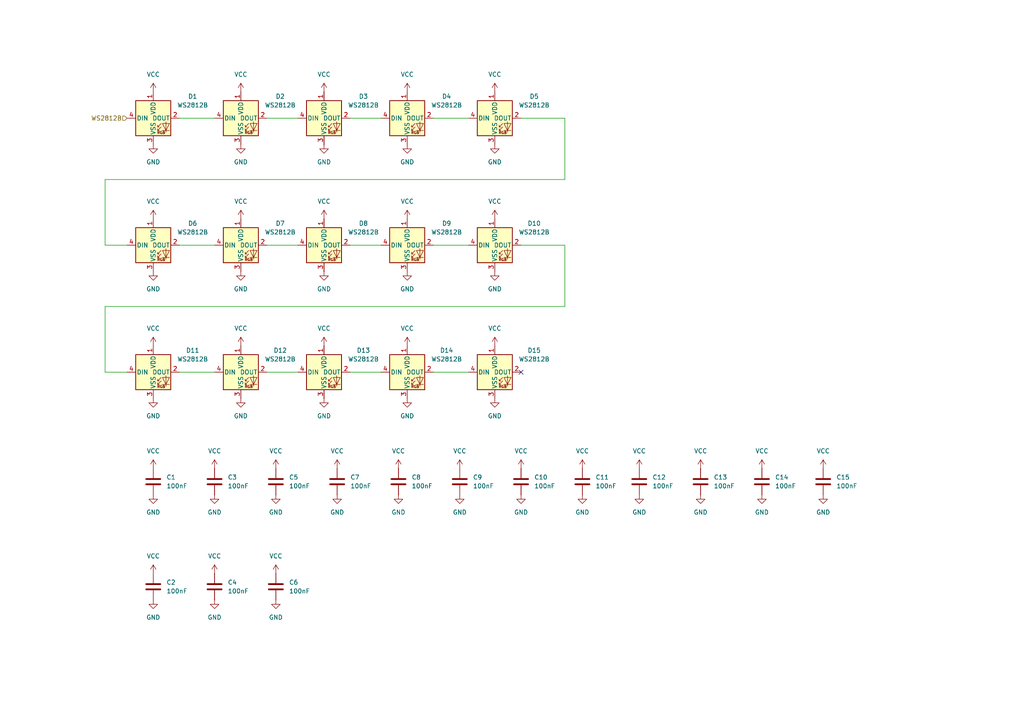
<source format=kicad_sch>
(kicad_sch (version 20231120) (generator "eeschema") (generator_version "8.0")
  (paper "A4")
  (lib_symbols
    (symbol "Device:C" (pin_numbers hide) (pin_names (offset 0.254))
      (property "Reference" "C" (at 0.635 2.54 0))
      (property "Value" "C" (at 0.635 -2.54 0))
      (symbol "C_0_1"
        (polyline (pts (xy -2.032 -0.762) (xy 2.032 -0.762)) (stroke (width 0.508)))
        (polyline (pts (xy -2.032 0.762) (xy 2.032 0.762)) (stroke (width 0.508)))
      )
      (symbol "C_1_1"
        (pin passive line (at 0 3.81 270) (length 2.794) (name "~") (number "1"))
        (pin passive line (at 0 -3.81 90) (length 2.794) (name "~") (number "2"))
      )
    )
    (symbol "LED:WS2812B" (pin_names (offset 0.254))
      (property "Reference" "D" (at 5.08 5.715 0))
      (property "Value" "WS2812B" (at 1.27 -5.715 0))
      (symbol "WS2812B_0_0"
        (text "RGB" (at 2.286 -4.191 0) (effects (font (size 0.762 0.762))))
      )
      (symbol "WS2812B_0_1"
        (polyline (pts (xy 1.27 -3.556) (xy 1.778 -3.556)))
        (polyline (pts (xy 1.27 -2.54) (xy 1.778 -2.54)))
        (polyline (pts (xy 4.699 -3.556) (xy 2.667 -3.556)))
        (polyline (pts (xy 2.286 -2.54) (xy 1.27 -3.556) (xy 1.27 -3.048)))
        (polyline (pts (xy 2.286 -1.524) (xy 1.27 -2.54) (xy 1.27 -2.032)))
        (polyline (pts (xy 3.683 -1.016) (xy 3.683 -3.556) (xy 3.683 -4.064)))
        (polyline (pts (xy 4.699 -1.524) (xy 2.667 -1.524) (xy 3.683 -3.556) (xy 4.699 -1.524)))
        (rectangle (start 5.08 5.08) (end -5.08 -5.08) (stroke (width 0.254)) (fill (type background)))
      )
      (symbol "WS2812B_1_1"
        (pin power_in line (at 0 7.62 270) (length 2.54) (name "VDD") (number "1"))
        (pin output line (at 7.62 0 180) (length 2.54) (name "DOUT") (number "2"))
        (pin power_in line (at 0 -7.62 90) (length 2.54) (name "VSS") (number "3"))
        (pin input line (at -7.62 0 0) (length 2.54) (name "DIN") (number "4"))
      )
    )
    (symbol "power:GND" (power) (pin_numbers hide) (pin_names (offset 0) hide)
      (property "Value" "GND" (at 0 -3.81 0))
      (symbol "GND_0_1"
        (polyline (pts (xy 0 0) (xy 0 -1.27) (xy 1.27 -1.27) (xy 0 -2.54) (xy -1.27 -1.27) (xy 0 -1.27)))
      )
      (symbol "GND_1_1"
        (pin power_in line (at 0 0 270) (length 0) (name "~") (number "1"))
      )
    )
    (symbol "power:VCC" (power) (pin_numbers hide) (pin_names (offset 0) hide)
      (property "Value" "VCC" (at 0 3.556 0))
      (symbol "VCC_0_1"
        (polyline (pts (xy -0.762 1.27) (xy 0 2.54)))
        (polyline (pts (xy 0 0) (xy 0 2.54)))
        (polyline (pts (xy 0 2.54) (xy 0.762 1.27)))
      )
      (symbol "VCC_1_1"
        (pin power_in line (at 0 0 90) (length 0) (name "~") (number "1"))
      )
    )
  )
  (no_connect (at 151.13 107.95))
  (wire (pts (xy 77.47 34.29) (xy 86.36 34.29)))
  (wire (pts (xy 101.6 107.95) (xy 110.49 107.95)))
  (wire (pts (xy 52.07 107.95) (xy 62.23 107.95)))
  (wire (pts (xy 125.73 34.29) (xy 135.89 34.29)))
  (wire (pts (xy 125.73 71.12) (xy 135.89 71.12)))
  (wire (pts (xy 30.48 88.9) (xy 30.48 107.95)))
  (wire (pts (xy 125.73 107.95) (xy 135.89 107.95)))
  (wire (pts (xy 77.47 71.12) (xy 86.36 71.12)))
  (wire (pts (xy 151.13 71.12) (xy 163.83 71.12)))
  (wire (pts (xy 52.07 34.29) (xy 62.23 34.29)))
  (wire (pts (xy 151.13 34.29) (xy 163.83 34.29)))
  (wire (pts (xy 101.6 34.29) (xy 110.49 34.29)))
  (wire (pts (xy 77.47 107.95) (xy 86.36 107.95)))
  (wire (pts (xy 163.83 52.07) (xy 30.48 52.07)))
  (wire (pts (xy 163.83 34.29) (xy 163.83 52.07)))
  (wire (pts (xy 163.83 71.12) (xy 163.83 88.9)))
  (wire (pts (xy 163.83 88.9) (xy 30.48 88.9)))
  (wire (pts (xy 30.48 107.95) (xy 36.83 107.95)))
  (wire (pts (xy 30.48 52.07) (xy 30.48 71.12)))
  (wire (pts (xy 101.6 71.12) (xy 110.49 71.12)))
  (wire (pts (xy 52.07 71.12) (xy 62.23 71.12)))
  (wire (pts (xy 30.48 71.12) (xy 36.83 71.12)))
  (hierarchical_label "WS2812B" (shape input) (at 36.83 34.29 180))
  (symbol (lib_id "power:VCC") (at 93.98 63.5 0) (unit 1)
    (property "Reference" "#PWR027" (effects (hide yes)))
    (property "Value" "VCC" (at 93.98 58.42 0))
    (property "Description" "Power symbol creates a global label with name \"VCC\"" (effects (hide yes)))
  )
  (symbol (lib_id "power:VCC") (at 118.11 63.5 0) (unit 1)
    (property "Reference" "#PWR037" (effects (hide yes)))
    (property "Value" "VCC" (at 118.11 58.42 0))
    (property "Description" "Power symbol creates a global label with name \"VCC\"" (effects (hide yes)))
  )
  (symbol (lib_id "power:GND") (at 185.42 143.51 0) (unit 1)
    (property "Reference" "#PWR054" (effects (hide yes)))
    (property "Value" "GND" (at 185.42 148.59 0))
    (property "Description" "Power symbol creates a global label with name \"GND\" , ground" (effects (hide yes)))
  )
  (symbol (lib_id "power:VCC") (at 80.01 135.89 0) (unit 1)
    (property "Reference" "#PWR021" (effects (hide yes)))
    (property "Value" "VCC" (at 80.01 130.81 0))
    (property "Description" "Power symbol creates a global label with name \"VCC\"" (effects (hide yes)))
  )
  (symbol (lib_id "Device:C") (at 238.76 139.7 0) (unit 1)
    (property "Reference" "C15" (at 242.57 138.4299 0) (effects (justify left)))
    (property "Value" "100nF" (at 242.57 140.9699 0) (effects (justify left)))
    (property "Footprint" "Capacitor_SMD:C_0805_2012Metric" (effects (hide yes)))
    (property "Description" "Unpolarized capacitor" (effects (hide yes)))
  )
  (symbol (lib_id "power:VCC") (at 118.11 26.67 0) (unit 1)
    (property "Reference" "#PWR035" (effects (hide yes)))
    (property "Value" "VCC" (at 118.11 21.59 0))
    (property "Description" "Power symbol creates a global label with name \"VCC\"" (effects (hide yes)))
  )
  (symbol (lib_id "power:VCC") (at 93.98 26.67 0) (unit 1)
    (property "Reference" "#PWR025" (effects (hide yes)))
    (property "Value" "VCC" (at 93.98 21.59 0))
    (property "Description" "Power symbol creates a global label with name \"VCC\"" (effects (hide yes)))
  )
  (symbol (lib_id "power:GND") (at 115.57 143.51 0) (unit 1)
    (property "Reference" "#PWR034" (effects (hide yes)))
    (property "Value" "GND" (at 115.57 148.59 0))
    (property "Description" "Power symbol creates a global label with name \"GND\" , ground" (effects (hide yes)))
  )
  (symbol (lib_id "LED:WS2812B") (at 93.98 34.29 0) (unit 1)
    (property "Reference" "D3" (at 105.41 27.9714 0))
    (property "Value" "WS2812B" (at 105.41 30.5114 0))
    (property "Footprint" "LED_SMD:LED_WS2812B_PLCC4_5.0x5.0mm_P3.2mm" (effects (hide yes)))
    (property "Datasheet" "https://cdn-shop.adafruit.com/datasheets/WS2812B.pdf" (effects (hide yes)))
    (property "Description" "RGB LED with integrated controller" (effects (hide yes)))
  )
  (symbol (lib_id "power:VCC") (at 143.51 63.5 0) (unit 1)
    (property "Reference" "#PWR045" (effects (hide yes)))
    (property "Value" "VCC" (at 143.51 58.42 0))
    (property "Description" "Power symbol creates a global label with name \"VCC\"" (effects (hide yes)))
  )
  (symbol (lib_id "Device:C") (at 220.98 139.7 0) (unit 1)
    (property "Reference" "C14" (at 224.79 138.4299 0) (effects (justify left)))
    (property "Value" "100nF" (at 224.79 140.9699 0) (effects (justify left)))
    (property "Footprint" "Capacitor_SMD:C_0805_2012Metric" (effects (hide yes)))
    (property "Description" "Unpolarized capacitor" (effects (hide yes)))
  )
  (symbol (lib_id "power:GND") (at 151.13 143.51 0) (unit 1)
    (property "Reference" "#PWR050" (effects (hide yes)))
    (property "Value" "GND" (at 151.13 148.59 0))
    (property "Description" "Power symbol creates a global label with name \"GND\" , ground" (effects (hide yes)))
  )
  (symbol (lib_id "power:VCC") (at 118.11 100.33 0) (unit 1)
    (property "Reference" "#PWR039" (effects (hide yes)))
    (property "Value" "VCC" (at 118.11 95.25 0))
    (property "Description" "Power symbol creates a global label with name \"VCC\"" (effects (hide yes)))
  )
  (symbol (lib_id "Device:C") (at 185.42 139.7 0) (unit 1)
    (property "Reference" "C12" (at 189.23 138.4299 0) (effects (justify left)))
    (property "Value" "100nF" (at 189.23 140.9699 0) (effects (justify left)))
    (property "Footprint" "Capacitor_SMD:C_0805_2012Metric" (effects (hide yes)))
    (property "Description" "Unpolarized capacitor" (effects (hide yes)))
  )
  (symbol (lib_id "power:GND") (at 80.01 173.99 0) (unit 1)
    (property "Reference" "#PWR024" (effects (hide yes)))
    (property "Value" "GND" (at 80.01 179.07 0))
    (property "Description" "Power symbol creates a global label with name \"GND\" , ground" (effects (hide yes)))
  )
  (symbol (lib_id "power:GND") (at 118.11 78.74 0) (unit 1)
    (property "Reference" "#PWR038" (effects (hide yes)))
    (property "Value" "GND" (at 118.11 83.82 0))
    (property "Description" "Power symbol creates a global label with name \"GND\" , ground" (effects (hide yes)))
  )
  (symbol (lib_id "power:VCC") (at 44.45 166.37 0) (unit 1)
    (property "Reference" "#PWR09" (effects (hide yes)))
    (property "Value" "VCC" (at 44.45 161.29 0))
    (property "Description" "Power symbol creates a global label with name \"VCC\"" (effects (hide yes)))
  )
  (symbol (lib_id "power:VCC") (at 69.85 26.67 0) (unit 1)
    (property "Reference" "#PWR015" (effects (hide yes)))
    (property "Value" "VCC" (at 69.85 21.59 0))
    (property "Description" "Power symbol creates a global label with name \"VCC\"" (effects (hide yes)))
  )
  (symbol (lib_id "power:GND") (at 62.23 173.99 0) (unit 1)
    (property "Reference" "#PWR014" (effects (hide yes)))
    (property "Value" "GND" (at 62.23 179.07 0))
    (property "Description" "Power symbol creates a global label with name \"GND\" , ground" (effects (hide yes)))
  )
  (symbol (lib_id "Device:C") (at 97.79 139.7 0) (unit 1)
    (property "Reference" "C7" (at 101.6 138.4299 0) (effects (justify left)))
    (property "Value" "100nF" (at 101.6 140.9699 0) (effects (justify left)))
    (property "Footprint" "Capacitor_SMD:C_0805_2012Metric" (effects (hide yes)))
    (property "Description" "Unpolarized capacitor" (effects (hide yes)))
  )
  (symbol (lib_id "power:VCC") (at 133.35 135.89 0) (unit 1)
    (property "Reference" "#PWR041" (effects (hide yes)))
    (property "Value" "VCC" (at 133.35 130.81 0))
    (property "Description" "Power symbol creates a global label with name \"VCC\"" (effects (hide yes)))
  )
  (symbol (lib_id "power:GND") (at 118.11 41.91 0) (unit 1)
    (property "Reference" "#PWR036" (effects (hide yes)))
    (property "Value" "GND" (at 118.11 46.99 0))
    (property "Description" "Power symbol creates a global label with name \"GND\" , ground" (effects (hide yes)))
  )
  (symbol (lib_id "power:VCC") (at 44.45 63.5 0) (unit 1)
    (property "Reference" "#PWR03" (effects (hide yes)))
    (property "Value" "VCC" (at 44.45 58.42 0))
    (property "Description" "Power symbol creates a global label with name \"VCC\"" (effects (hide yes)))
  )
  (symbol (lib_id "power:VCC") (at 151.13 135.89 0) (unit 1)
    (property "Reference" "#PWR049" (effects (hide yes)))
    (property "Value" "VCC" (at 151.13 130.81 0))
    (property "Description" "Power symbol creates a global label with name \"VCC\"" (effects (hide yes)))
  )
  (symbol (lib_id "power:VCC") (at 44.45 100.33 0) (unit 1)
    (property "Reference" "#PWR05" (effects (hide yes)))
    (property "Value" "VCC" (at 44.45 95.25 0))
    (property "Description" "Power symbol creates a global label with name \"VCC\"" (effects (hide yes)))
  )
  (symbol (lib_id "LED:WS2812B") (at 118.11 71.12 0) (unit 1)
    (property "Reference" "D9" (at 129.54 64.8014 0))
    (property "Value" "WS2812B" (at 129.54 67.3414 0))
    (property "Footprint" "LED_SMD:LED_WS2812B_PLCC4_5.0x5.0mm_P3.2mm" (effects (hide yes)))
    (property "Datasheet" "https://cdn-shop.adafruit.com/datasheets/WS2812B.pdf" (effects (hide yes)))
    (property "Description" "RGB LED with integrated controller" (effects (hide yes)))
  )
  (symbol (lib_id "Device:C") (at 80.01 170.18 0) (unit 1)
    (property "Reference" "C6" (at 83.82 168.9099 0) (effects (justify left)))
    (property "Value" "100nF" (at 83.82 171.4499 0) (effects (justify left)))
    (property "Footprint" "Capacitor_SMD:C_0805_2012Metric" (effects (hide yes)))
    (property "Description" "Unpolarized capacitor" (effects (hide yes)))
  )
  (symbol (lib_id "LED:WS2812B") (at 44.45 71.12 0) (unit 1)
    (property "Reference" "D6" (at 55.88 64.8014 0))
    (property "Value" "WS2812B" (at 55.88 67.3414 0))
    (property "Footprint" "LED_SMD:LED_WS2812B_PLCC4_5.0x5.0mm_P3.2mm" (effects (hide yes)))
    (property "Datasheet" "https://cdn-shop.adafruit.com/datasheets/WS2812B.pdf" (effects (hide yes)))
    (property "Description" "RGB LED with integrated controller" (effects (hide yes)))
  )
  (symbol (lib_id "power:GND") (at 93.98 115.57 0) (unit 1)
    (property "Reference" "#PWR030" (effects (hide yes)))
    (property "Value" "GND" (at 93.98 120.65 0))
    (property "Description" "Power symbol creates a global label with name \"GND\" , ground" (effects (hide yes)))
  )
  (symbol (lib_id "power:GND") (at 168.91 143.51 0) (unit 1)
    (property "Reference" "#PWR052" (effects (hide yes)))
    (property "Value" "GND" (at 168.91 148.59 0))
    (property "Description" "Power symbol creates a global label with name \"GND\" , ground" (effects (hide yes)))
  )
  (symbol (lib_id "power:GND") (at 238.76 143.51 0) (unit 1)
    (property "Reference" "#PWR060" (effects (hide yes)))
    (property "Value" "GND" (at 238.76 148.59 0))
    (property "Description" "Power symbol creates a global label with name \"GND\" , ground" (effects (hide yes)))
  )
  (symbol (lib_id "Device:C") (at 151.13 139.7 0) (unit 1)
    (property "Reference" "C10" (at 154.94 138.4299 0) (effects (justify left)))
    (property "Value" "100nF" (at 154.94 140.9699 0) (effects (justify left)))
    (property "Footprint" "Capacitor_SMD:C_0805_2012Metric" (effects (hide yes)))
    (property "Description" "Unpolarized capacitor" (effects (hide yes)))
  )
  (symbol (lib_id "LED:WS2812B") (at 118.11 34.29 0) (unit 1)
    (property "Reference" "D4" (at 129.54 27.9714 0))
    (property "Value" "WS2812B" (at 129.54 30.5114 0))
    (property "Footprint" "LED_SMD:LED_WS2812B_PLCC4_5.0x5.0mm_P3.2mm" (effects (hide yes)))
    (property "Datasheet" "https://cdn-shop.adafruit.com/datasheets/WS2812B.pdf" (effects (hide yes)))
    (property "Description" "RGB LED with integrated controller" (effects (hide yes)))
  )
  (symbol (lib_id "Device:C") (at 80.01 139.7 0) (unit 1)
    (property "Reference" "C5" (at 83.82 138.4299 0) (effects (justify left)))
    (property "Value" "100nF" (at 83.82 140.9699 0) (effects (justify left)))
    (property "Footprint" "Capacitor_SMD:C_0805_2012Metric" (effects (hide yes)))
    (property "Description" "Unpolarized capacitor" (effects (hide yes)))
  )
  (symbol (lib_id "power:GND") (at 44.45 115.57 0) (unit 1)
    (property "Reference" "#PWR06" (effects (hide yes)))
    (property "Value" "GND" (at 44.45 120.65 0))
    (property "Description" "Power symbol creates a global label with name \"GND\" , ground" (effects (hide yes)))
  )
  (symbol (lib_id "Device:C") (at 115.57 139.7 0) (unit 1)
    (property "Reference" "C8" (at 119.38 138.4299 0) (effects (justify left)))
    (property "Value" "100nF" (at 119.38 140.9699 0) (effects (justify left)))
    (property "Footprint" "Capacitor_SMD:C_0805_2012Metric" (effects (hide yes)))
    (property "Description" "Unpolarized capacitor" (effects (hide yes)))
  )
  (symbol (lib_id "power:GND") (at 80.01 143.51 0) (unit 1)
    (property "Reference" "#PWR022" (effects (hide yes)))
    (property "Value" "GND" (at 80.01 148.59 0))
    (property "Description" "Power symbol creates a global label with name \"GND\" , ground" (effects (hide yes)))
  )
  (symbol (lib_id "power:GND") (at 44.45 143.51 0) (unit 1)
    (property "Reference" "#PWR08" (effects (hide yes)))
    (property "Value" "GND" (at 44.45 148.59 0))
    (property "Description" "Power symbol creates a global label with name \"GND\" , ground" (effects (hide yes)))
  )
  (symbol (lib_id "Device:C") (at 44.45 139.7 0) (unit 1)
    (property "Reference" "C1" (at 48.26 138.4299 0) (effects (justify left)))
    (property "Value" "100nF" (at 48.26 140.9699 0) (effects (justify left)))
    (property "Footprint" "Capacitor_SMD:C_0805_2012Metric" (effects (hide yes)))
    (property "Description" "Unpolarized capacitor" (effects (hide yes)))
  )
  (symbol (lib_id "power:GND") (at 143.51 41.91 0) (unit 1)
    (property "Reference" "#PWR044" (effects (hide yes)))
    (property "Value" "GND" (at 143.51 46.99 0))
    (property "Description" "Power symbol creates a global label with name \"GND\" , ground" (effects (hide yes)))
  )
  (symbol (lib_id "power:GND") (at 44.45 78.74 0) (unit 1)
    (property "Reference" "#PWR04" (effects (hide yes)))
    (property "Value" "GND" (at 44.45 83.82 0))
    (property "Description" "Power symbol creates a global label with name \"GND\" , ground" (effects (hide yes)))
  )
  (symbol (lib_id "power:GND") (at 93.98 78.74 0) (unit 1)
    (property "Reference" "#PWR028" (effects (hide yes)))
    (property "Value" "GND" (at 93.98 83.82 0))
    (property "Description" "Power symbol creates a global label with name \"GND\" , ground" (effects (hide yes)))
  )
  (symbol (lib_id "Device:C") (at 44.45 170.18 0) (unit 1)
    (property "Reference" "C2" (at 48.26 168.9099 0) (effects (justify left)))
    (property "Value" "100nF" (at 48.26 171.4499 0) (effects (justify left)))
    (property "Footprint" "Capacitor_SMD:C_0805_2012Metric" (effects (hide yes)))
    (property "Description" "Unpolarized capacitor" (effects (hide yes)))
  )
  (symbol (lib_id "power:VCC") (at 62.23 135.89 0) (unit 1)
    (property "Reference" "#PWR011" (effects (hide yes)))
    (property "Value" "VCC" (at 62.23 130.81 0))
    (property "Description" "Power symbol creates a global label with name \"VCC\"" (effects (hide yes)))
  )
  (symbol (lib_id "power:VCC") (at 185.42 135.89 0) (unit 1)
    (property "Reference" "#PWR053" (effects (hide yes)))
    (property "Value" "VCC" (at 185.42 130.81 0))
    (property "Description" "Power symbol creates a global label with name \"VCC\"" (effects (hide yes)))
  )
  (symbol (lib_id "LED:WS2812B") (at 143.51 71.12 0) (unit 1)
    (property "Reference" "D10" (at 154.94 64.8014 0))
    (property "Value" "WS2812B" (at 154.94 67.3414 0))
    (property "Footprint" "LED_SMD:LED_WS2812B_PLCC4_5.0x5.0mm_P3.2mm" (effects (hide yes)))
    (property "Datasheet" "https://cdn-shop.adafruit.com/datasheets/WS2812B.pdf" (effects (hide yes)))
    (property "Description" "RGB LED with integrated controller" (effects (hide yes)))
  )
  (symbol (lib_id "LED:WS2812B") (at 44.45 107.95 0) (unit 1)
    (property "Reference" "D11" (at 55.88 101.6314 0))
    (property "Value" "WS2812B" (at 55.88 104.1714 0))
    (property "Footprint" "LED_SMD:LED_WS2812B_PLCC4_5.0x5.0mm_P3.2mm" (effects (hide yes)))
    (property "Datasheet" "https://cdn-shop.adafruit.com/datasheets/WS2812B.pdf" (effects (hide yes)))
    (property "Description" "RGB LED with integrated controller" (effects (hide yes)))
  )
  (symbol (lib_id "power:VCC") (at 44.45 26.67 0) (unit 1)
    (property "Reference" "#PWR01" (effects (hide yes)))
    (property "Value" "VCC" (at 44.45 21.59 0))
    (property "Description" "Power symbol creates a global label with name \"VCC\"" (effects (hide yes)))
  )
  (symbol (lib_id "Device:C") (at 62.23 139.7 0) (unit 1)
    (property "Reference" "C3" (at 66.04 138.4299 0) (effects (justify left)))
    (property "Value" "100nF" (at 66.04 140.9699 0) (effects (justify left)))
    (property "Footprint" "Capacitor_SMD:C_0805_2012Metric" (effects (hide yes)))
    (property "Description" "Unpolarized capacitor" (effects (hide yes)))
  )
  (symbol (lib_id "power:GND") (at 69.85 41.91 0) (unit 1)
    (property "Reference" "#PWR016" (effects (hide yes)))
    (property "Value" "GND" (at 69.85 46.99 0))
    (property "Description" "Power symbol creates a global label with name \"GND\" , ground" (effects (hide yes)))
  )
  (symbol (lib_id "power:GND") (at 62.23 143.51 0) (unit 1)
    (property "Reference" "#PWR012" (effects (hide yes)))
    (property "Value" "GND" (at 62.23 148.59 0))
    (property "Description" "Power symbol creates a global label with name \"GND\" , ground" (effects (hide yes)))
  )
  (symbol (lib_id "power:VCC") (at 220.98 135.89 0) (unit 1)
    (property "Reference" "#PWR057" (effects (hide yes)))
    (property "Value" "VCC" (at 220.98 130.81 0))
    (property "Description" "Power symbol creates a global label with name \"VCC\"" (effects (hide yes)))
  )
  (symbol (lib_id "power:GND") (at 93.98 41.91 0) (unit 1)
    (property "Reference" "#PWR026" (effects (hide yes)))
    (property "Value" "GND" (at 93.98 46.99 0))
    (property "Description" "Power symbol creates a global label with name \"GND\" , ground" (effects (hide yes)))
  )
  (symbol (lib_id "Device:C") (at 168.91 139.7 0) (unit 1)
    (property "Reference" "C11" (at 172.72 138.4299 0) (effects (justify left)))
    (property "Value" "100nF" (at 172.72 140.9699 0) (effects (justify left)))
    (property "Footprint" "Capacitor_SMD:C_0805_2012Metric" (effects (hide yes)))
    (property "Description" "Unpolarized capacitor" (effects (hide yes)))
  )
  (symbol (lib_id "power:GND") (at 69.85 78.74 0) (unit 1)
    (property "Reference" "#PWR018" (effects (hide yes)))
    (property "Value" "GND" (at 69.85 83.82 0))
    (property "Description" "Power symbol creates a global label with name \"GND\" , ground" (effects (hide yes)))
  )
  (symbol (lib_id "power:VCC") (at 62.23 166.37 0) (unit 1)
    (property "Reference" "#PWR013" (effects (hide yes)))
    (property "Value" "VCC" (at 62.23 161.29 0))
    (property "Description" "Power symbol creates a global label with name \"VCC\"" (effects (hide yes)))
  )
  (symbol (lib_id "power:VCC") (at 97.79 135.89 0) (unit 1)
    (property "Reference" "#PWR031" (effects (hide yes)))
    (property "Value" "VCC" (at 97.79 130.81 0))
    (property "Description" "Power symbol creates a global label with name \"VCC\"" (effects (hide yes)))
  )
  (symbol (lib_id "power:VCC") (at 143.51 26.67 0) (unit 1)
    (property "Reference" "#PWR043" (effects (hide yes)))
    (property "Value" "VCC" (at 143.51 21.59 0))
    (property "Description" "Power symbol creates a global label with name \"VCC\"" (effects (hide yes)))
  )
  (symbol (lib_id "power:VCC") (at 80.01 166.37 0) (unit 1)
    (property "Reference" "#PWR023" (effects (hide yes)))
    (property "Value" "VCC" (at 80.01 161.29 0))
    (property "Description" "Power symbol creates a global label with name \"VCC\"" (effects (hide yes)))
  )
  (symbol (lib_id "LED:WS2812B") (at 143.51 107.95 0) (unit 1)
    (property "Reference" "D15" (at 154.94 101.6314 0))
    (property "Value" "WS2812B" (at 154.94 104.1714 0))
    (property "Footprint" "LED_SMD:LED_WS2812B_PLCC4_5.0x5.0mm_P3.2mm" (effects (hide yes)))
    (property "Datasheet" "https://cdn-shop.adafruit.com/datasheets/WS2812B.pdf" (effects (hide yes)))
    (property "Description" "RGB LED with integrated controller" (effects (hide yes)))
  )
  (symbol (lib_id "power:GND") (at 133.35 143.51 0) (unit 1)
    (property "Reference" "#PWR042" (effects (hide yes)))
    (property "Value" "GND" (at 133.35 148.59 0))
    (property "Description" "Power symbol creates a global label with name \"GND\" , ground" (effects (hide yes)))
  )
  (symbol (lib_id "LED:WS2812B") (at 69.85 34.29 0) (unit 1)
    (property "Reference" "D2" (at 81.28 27.9714 0))
    (property "Value" "WS2812B" (at 81.28 30.5114 0))
    (property "Footprint" "LED_SMD:LED_WS2812B_PLCC4_5.0x5.0mm_P3.2mm" (effects (hide yes)))
    (property "Datasheet" "https://cdn-shop.adafruit.com/datasheets/WS2812B.pdf" (effects (hide yes)))
    (property "Description" "RGB LED with integrated controller" (effects (hide yes)))
  )
  (symbol (lib_id "power:VCC") (at 69.85 63.5 0) (unit 1)
    (property "Reference" "#PWR017" (effects (hide yes)))
    (property "Value" "VCC" (at 69.85 58.42 0))
    (property "Description" "Power symbol creates a global label with name \"VCC\"" (effects (hide yes)))
  )
  (symbol (lib_id "LED:WS2812B") (at 143.51 34.29 0) (unit 1)
    (property "Reference" "D5" (at 154.94 27.9714 0))
    (property "Value" "WS2812B" (at 154.94 30.5114 0))
    (property "Footprint" "LED_SMD:LED_WS2812B_PLCC4_5.0x5.0mm_P3.2mm" (effects (hide yes)))
    (property "Datasheet" "https://cdn-shop.adafruit.com/datasheets/WS2812B.pdf" (effects (hide yes)))
    (property "Description" "RGB LED with integrated controller" (effects (hide yes)))
  )
  (symbol (lib_id "power:VCC") (at 168.91 135.89 0) (unit 1)
    (property "Reference" "#PWR051" (effects (hide yes)))
    (property "Value" "VCC" (at 168.91 130.81 0))
    (property "Description" "Power symbol creates a global label with name \"VCC\"" (effects (hide yes)))
  )
  (symbol (lib_id "LED:WS2812B") (at 69.85 71.12 0) (unit 1)
    (property "Reference" "D7" (at 81.28 64.8014 0))
    (property "Value" "WS2812B" (at 81.28 67.3414 0))
    (property "Footprint" "LED_SMD:LED_WS2812B_PLCC4_5.0x5.0mm_P3.2mm" (effects (hide yes)))
    (property "Datasheet" "https://cdn-shop.adafruit.com/datasheets/WS2812B.pdf" (effects (hide yes)))
    (property "Description" "RGB LED with integrated controller" (effects (hide yes)))
  )
  (symbol (lib_id "power:GND") (at 203.2 143.51 0) (unit 1)
    (property "Reference" "#PWR056" (effects (hide yes)))
    (property "Value" "GND" (at 203.2 148.59 0))
    (property "Description" "Power symbol creates a global label with name \"GND\" , ground" (effects (hide yes)))
  )
  (symbol (lib_id "LED:WS2812B") (at 118.11 107.95 0) (unit 1)
    (property "Reference" "D14" (at 129.54 101.6314 0))
    (property "Value" "WS2812B" (at 129.54 104.1714 0))
    (property "Footprint" "LED_SMD:LED_WS2812B_PLCC4_5.0x5.0mm_P3.2mm" (effects (hide yes)))
    (property "Datasheet" "https://cdn-shop.adafruit.com/datasheets/WS2812B.pdf" (effects (hide yes)))
    (property "Description" "RGB LED with integrated controller" (effects (hide yes)))
  )
  (symbol (lib_id "Device:C") (at 62.23 170.18 0) (unit 1)
    (property "Reference" "C4" (at 66.04 168.9099 0) (effects (justify left)))
    (property "Value" "100nF" (at 66.04 171.4499 0) (effects (justify left)))
    (property "Footprint" "Capacitor_SMD:C_0805_2012Metric" (effects (hide yes)))
    (property "Description" "Unpolarized capacitor" (effects (hide yes)))
  )
  (symbol (lib_id "power:GND") (at 97.79 143.51 0) (unit 1)
    (property "Reference" "#PWR032" (effects (hide yes)))
    (property "Value" "GND" (at 97.79 148.59 0))
    (property "Description" "Power symbol creates a global label with name \"GND\" , ground" (effects (hide yes)))
  )
  (symbol (lib_id "power:VCC") (at 69.85 100.33 0) (unit 1)
    (property "Reference" "#PWR019" (effects (hide yes)))
    (property "Value" "VCC" (at 69.85 95.25 0))
    (property "Description" "Power symbol creates a global label with name \"VCC\"" (effects (hide yes)))
  )
  (symbol (lib_id "power:VCC") (at 115.57 135.89 0) (unit 1)
    (property "Reference" "#PWR033" (effects (hide yes)))
    (property "Value" "VCC" (at 115.57 130.81 0))
    (property "Description" "Power symbol creates a global label with name \"VCC\"" (effects (hide yes)))
  )
  (symbol (lib_id "power:VCC") (at 143.51 100.33 0) (unit 1)
    (property "Reference" "#PWR047" (effects (hide yes)))
    (property "Value" "VCC" (at 143.51 95.25 0))
    (property "Description" "Power symbol creates a global label with name \"VCC\"" (effects (hide yes)))
  )
  (symbol (lib_id "power:GND") (at 143.51 78.74 0) (unit 1)
    (property "Reference" "#PWR046" (effects (hide yes)))
    (property "Value" "GND" (at 143.51 83.82 0))
    (property "Description" "Power symbol creates a global label with name \"GND\" , ground" (effects (hide yes)))
  )
  (symbol (lib_id "power:VCC") (at 44.45 135.89 0) (unit 1)
    (property "Reference" "#PWR07" (effects (hide yes)))
    (property "Value" "VCC" (at 44.45 130.81 0))
    (property "Description" "Power symbol creates a global label with name \"VCC\"" (effects (hide yes)))
  )
  (symbol (lib_id "Device:C") (at 203.2 139.7 0) (unit 1)
    (property "Reference" "C13" (at 207.01 138.4299 0) (effects (justify left)))
    (property "Value" "100nF" (at 207.01 140.9699 0) (effects (justify left)))
    (property "Footprint" "Capacitor_SMD:C_0805_2012Metric" (effects (hide yes)))
    (property "Description" "Unpolarized capacitor" (effects (hide yes)))
  )
  (symbol (lib_id "power:GND") (at 118.11 115.57 0) (unit 1)
    (property "Reference" "#PWR040" (effects (hide yes)))
    (property "Value" "GND" (at 118.11 120.65 0))
    (property "Description" "Power symbol creates a global label with name \"GND\" , ground" (effects (hide yes)))
  )
  (symbol (lib_id "power:GND") (at 69.85 115.57 0) (unit 1)
    (property "Reference" "#PWR020" (effects (hide yes)))
    (property "Value" "GND" (at 69.85 120.65 0))
    (property "Description" "Power symbol creates a global label with name \"GND\" , ground" (effects (hide yes)))
  )
  (symbol (lib_id "LED:WS2812B") (at 93.98 71.12 0) (unit 1)
    (property "Reference" "D8" (at 105.41 64.8014 0))
    (property "Value" "WS2812B" (at 105.41 67.3414 0))
    (property "Footprint" "LED_SMD:LED_WS2812B_PLCC4_5.0x5.0mm_P3.2mm" (effects (hide yes)))
    (property "Datasheet" "https://cdn-shop.adafruit.com/datasheets/WS2812B.pdf" (effects (hide yes)))
    (property "Description" "RGB LED with integrated controller" (effects (hide yes)))
  )
  (symbol (lib_id "power:GND") (at 44.45 41.91 0) (unit 1)
    (property "Reference" "#PWR02" (effects (hide yes)))
    (property "Value" "GND" (at 44.45 46.99 0))
    (property "Description" "Power symbol creates a global label with name \"GND\" , ground" (effects (hide yes)))
  )
  (symbol (lib_id "power:GND") (at 143.51 115.57 0) (unit 1)
    (property "Reference" "#PWR048" (effects (hide yes)))
    (property "Value" "GND" (at 143.51 120.65 0))
    (property "Description" "Power symbol creates a global label with name \"GND\" , ground" (effects (hide yes)))
  )
  (symbol (lib_id "power:VCC") (at 93.98 100.33 0) (unit 1)
    (property "Reference" "#PWR029" (effects (hide yes)))
    (property "Value" "VCC" (at 93.98 95.25 0))
    (property "Description" "Power symbol creates a global label with name \"VCC\"" (effects (hide yes)))
  )
  (symbol (lib_id "LED:WS2812B") (at 69.85 107.95 0) (unit 1)
    (property "Reference" "D12" (at 81.28 101.6314 0))
    (property "Value" "WS2812B" (at 81.28 104.1714 0))
    (property "Footprint" "LED_SMD:LED_WS2812B_PLCC4_5.0x5.0mm_P3.2mm" (effects (hide yes)))
    (property "Datasheet" "https://cdn-shop.adafruit.com/datasheets/WS2812B.pdf" (effects (hide yes)))
    (property "Description" "RGB LED with integrated controller" (effects (hide yes)))
  )
  (symbol (lib_id "Device:C") (at 133.35 139.7 0) (unit 1)
    (property "Reference" "C9" (at 137.16 138.4299 0) (effects (justify left)))
    (property "Value" "100nF" (at 137.16 140.9699 0) (effects (justify left)))
    (property "Footprint" "Capacitor_SMD:C_0805_2012Metric" (effects (hide yes)))
    (property "Description" "Unpolarized capacitor" (effects (hide yes)))
  )
  (symbol (lib_id "power:VCC") (at 203.2 135.89 0) (unit 1)
    (property "Reference" "#PWR055" (effects (hide yes)))
    (property "Value" "VCC" (at 203.2 130.81 0))
    (property "Description" "Power symbol creates a global label with name \"VCC\"" (effects (hide yes)))
  )
  (symbol (lib_id "power:GND") (at 44.45 173.99 0) (unit 1)
    (property "Reference" "#PWR010" (effects (hide yes)))
    (property "Value" "GND" (at 44.45 179.07 0))
    (property "Description" "Power symbol creates a global label with name \"GND\" , ground" (effects (hide yes)))
  )
  (symbol (lib_id "power:VCC") (at 238.76 135.89 0) (unit 1)
    (property "Reference" "#PWR059" (effects (hide yes)))
    (property "Value" "VCC" (at 238.76 130.81 0))
    (property "Description" "Power symbol creates a global label with name \"VCC\"" (effects (hide yes)))
  )
  (symbol (lib_id "LED:WS2812B") (at 44.45 34.29 0) (unit 1)
    (property "Reference" "D1" (at 55.88 27.9714 0))
    (property "Value" "WS2812B" (at 55.88 30.5114 0))
    (property "Footprint" "LED_SMD:LED_WS2812B_PLCC4_5.0x5.0mm_P3.2mm" (effects (hide yes)))
    (property "Datasheet" "https://cdn-shop.adafruit.com/datasheets/WS2812B.pdf" (effects (hide yes)))
    (property "Description" "RGB LED with integrated controller" (effects (hide yes)))
  )
  (symbol (lib_id "power:GND") (at 220.98 143.51 0) (unit 1)
    (property "Reference" "#PWR058" (effects (hide yes)))
    (property "Value" "GND" (at 220.98 148.59 0))
    (property "Description" "Power symbol creates a global label with name \"GND\" , ground" (effects (hide yes)))
  )
  (symbol (lib_id "LED:WS2812B") (at 93.98 107.95 0) (unit 1)
    (property "Reference" "D13" (at 105.41 101.6314 0))
    (property "Value" "WS2812B" (at 105.41 104.1714 0))
    (property "Footprint" "LED_SMD:LED_WS2812B_PLCC4_5.0x5.0mm_P3.2mm" (effects (hide yes)))
    (property "Datasheet" "https://cdn-shop.adafruit.com/datasheets/WS2812B.pdf" (effects (hide yes)))
    (property "Description" "RGB LED with integrated controller" (effects (hide yes)))
  )
)
</source>
